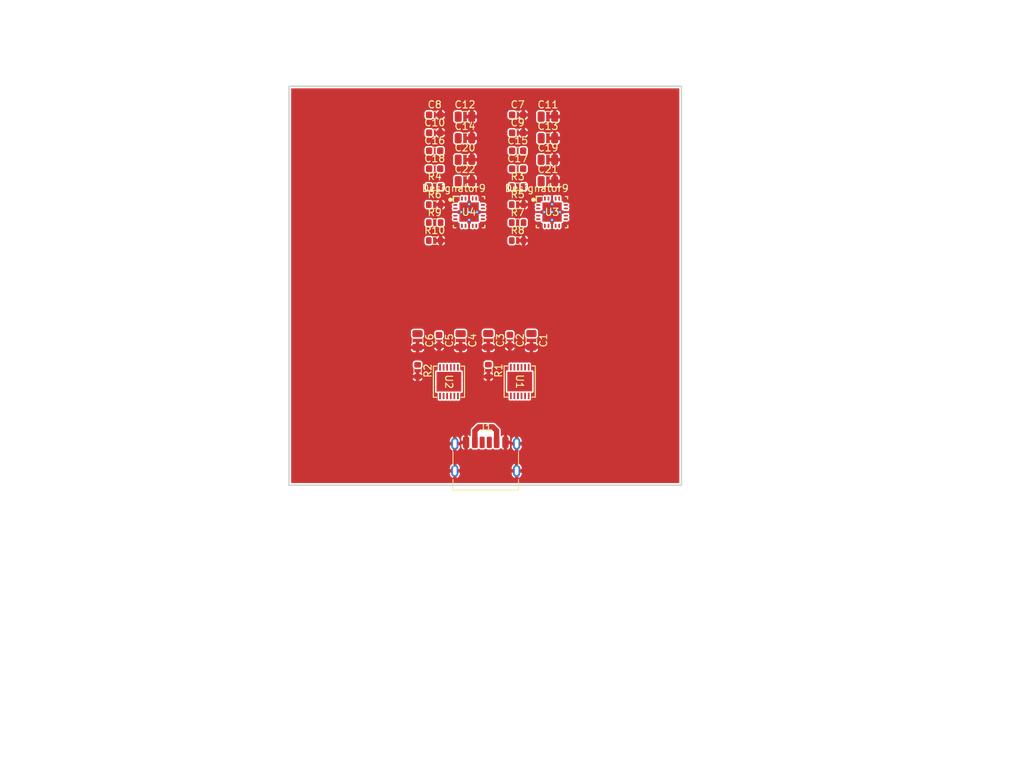
<source format=kicad_pcb>
(kicad_pcb (version 20241229) (generator "pcbnew") (generator_version "9.0")
  (title_block (title "PSU Stamp for Spartan7") (rev "0"))
  (layers (0 "F.Cu" signal) (4 "In1.Cu" signal) (6 "In2.Cu" signal) (2 "B.Cu" signal) (13 "F.Paste" user) (15 "B.Paste" user) (5 "F.SilkS" user "F.Silkscreen") (7 "B.SilkS" user "B.Silkscreen") (1 "F.Mask" user) (3 "B.Mask" user) (25 "Edge.Cuts" user))
  (net 0 "")
  (net 3 "GND")
  (net 4 "+5V")
  (net 5 "Net-(U1-SET)")
  (net 9 "Net-(U2-SET)")
  (net 10 "/3.6V-3.3V/V_in")
  (net 14 "Net-(U3-NR_SS1)")
  (net 15 "Net-(U4-NR_SS1)")
  (net 16 "Net-(U3-NR_SS2)")
  (net 17 "Net-(U4-NR_SS2)")
  (net 18 "/2.5V-1.8V and 1V/V_out_1")
  (net 19 "Net-(U3-FB1)")
  (net 20 "Net-(U4-FB1)")
  (net 21 "/3.6V-3.3V/V_out_1")
  (net 22 "Net-(U3-FB2)")
  (net 23 "/2.5V-1.8V and 1V/V_out_2")
  (net 24 "Net-(U4-FB2)")
  (net 25 "/3.6V-3.3V/V_out_2")
  (net 26 "/2.5V-1.8V and 1V/EN_1")
  (net 27 "/2.5V-1.8V and 1V/EN_2")
  (net 28 "/2.5V-1.8V and 1V/PG_2")
  (net 29 "/3.6V-3.3V/EN_2")
  (net 30 "/3.6V-3.3V/PG_2")
  (footprint "Capacitor_SMD:C_0805_2012Metric" (layer "F.Cu") (at 136.4592 92.291201 -90)
    (property "Reference" "C3" (at 0 -1.68 90) (layer "F.SilkS"))
    (property "Value" "10uF")
    (fp_line (start -0.261252 0.735) (end 0.261252 0.735) (stroke (width 0.12)) (layer "F.SilkS"))
    (fp_line (start -0.261252 -0.735) (end 0.261252 -0.735) (stroke (width 0.12)) (layer "F.SilkS"))
    (pad "1" smd roundrect (at -0.95 0 270) (size 1 1.45) (layers "F.Cu" "F.Mask" "F.Paste") (net 26 "/2.5V-1.8V and 1V/EN_1"))
    (pad "2" smd roundrect (at 0.95 0 270) (size 1 1.45) (layers "F.Cu" "F.Mask" "F.Paste") (net 3 "GND"))
  )
  (footprint "Resistor_SMD:R_0603_1608Metric" (layer "F.Cu") (at 136.4692 96.521201 -90)
    (property "Reference" "R1" (at 0 -1.43 90) (layer "F.SilkS"))
    (property "Value" "40k")
    (fp_line (start -0.237258 0.5225) (end 0.237258 0.5225) (stroke (width 0.12)) (layer "F.SilkS"))
    (fp_line (start -0.237258 -0.5225) (end 0.237258 -0.5225) (stroke (width 0.12)) (layer "F.SilkS"))
    (pad "1" smd roundrect (at -0.825 0 270) (size 0.8 0.95) (layers "F.Cu" "F.Mask" "F.Paste") (net 5 "Net-(U1-SET)"))
    (pad "2" smd roundrect (at 0.825 0 270) (size 0.8 0.95) (layers "F.Cu" "F.Mask" "F.Paste") (net 3 "GND"))
  )
  (footprint "Capacitor_SMD:C_0603_1608Metric" (layer "F.Cu") (at 140.559999 65.795001)
    (property "Reference" "C15" (at 0 -1.43 0) (layer "F.SilkS"))
    (property "Value" "10nF")
    (fp_line (start -0.14058 -0.51) (end 0.14058 -0.51) (stroke (width 0.12)) (layer "F.SilkS"))
    (fp_line (start -0.14058 0.51) (end 0.14058 0.51) (stroke (width 0.12)) (layer "F.SilkS"))
    (pad "1" smd roundrect (at -0.775 0) (size 0.9 0.95) (layers "F.Cu" "F.Mask" "F.Paste") (net 18 "/2.5V-1.8V and 1V/V_out_1"))
    (pad "2" smd roundrect (at 0.775 0) (size 0.9 0.95) (layers "F.Cu" "F.Mask" "F.Paste") (net 19 "Net-(U3-FB1)"))
  )
  (footprint "0_lib:DFN-12_DF_LIT-M" (layer "F.Cu") (at 130.96 98.076801 -90)
    (property "Reference" "U2" (at 0 0 270) (layer "F.SilkS"))
    (property "Value" "LT3081EDF-TRPBF")
    (fp_line (start -2.177 2.177) (end 2.177 2.177) (stroke (width 0.1524)) (layer "F.SilkS"))
    (fp_line (start 2.177 2.177) (end 2.177 1.70734) (stroke (width 0.1524)) (layer "F.SilkS"))
    (fp_line (start -2.177 1.70734) (end -2.177 2.177) (stroke (width 0.1524)) (layer "F.SilkS"))
    (fp_line (start 2.177 -1.70734) (end 2.177 -2.177) (stroke (width 0.1524)) (layer "F.SilkS"))
    (fp_line (start -2.177 -2.177) (end -2.177 -1.70734) (stroke (width 0.1524)) (layer "F.SilkS"))
    (fp_line (start 2.177 -2.177) (end -2.177 -2.177) (stroke (width 0.1524)) (layer "F.SilkS"))
    (pad "1" smd rect (at -2.003199 -1.25 270) (size 0.9064 0.2492) (layers "F.Cu" "F.Mask" "F.Paste") (net 10 "/3.6V-3.3V/V_in"))
    (pad "2" smd rect (at -2.003199 -0.750001 270) (size 0.9064 0.2492) (layers "F.Cu" "F.Mask" "F.Paste") (net 10 "/3.6V-3.3V/V_in"))
    (pad "3" smd rect (at -2.003199 -0.25 270) (size 0.9064 0.2492) (layers "F.Cu" "F.Mask" "F.Paste") (net 10 "/3.6V-3.3V/V_in"))
    (pad "4" smd rect (at -2.003199 0.25 270) (size 0.9064 0.2492) (layers "F.Cu" "F.Mask" "F.Paste") (net 10 "/3.6V-3.3V/V_in"))
    (pad "5" smd rect (at -2.003199 0.750001 270) (size 0.9064 0.2492) (layers "F.Cu" "F.Mask" "F.Paste"))
    (pad "6" smd rect (at -2.003199 1.25 270) (size 0.9064 0.2492) (layers "F.Cu" "F.Mask" "F.Paste") (net 9 "Net-(U2-SET)"))
    (pad "7" smd rect (at 2.003199 1.25 270) (size 0.9064 0.2492) (layers "F.Cu" "F.Mask" "F.Paste"))
    (pad "8" smd rect (at 2.003199 0.750001 270) (size 0.9064 0.2492) (layers "F.Cu" "F.Mask" "F.Paste"))
    (pad "9" smd rect (at 2.003199 0.25 270) (size 0.9064 0.2492) (layers "F.Cu" "F.Mask" "F.Paste") (net 4 "+5V"))
    (pad "10" smd rect (at 2.003199 -0.25 270) (size 0.9064 0.2492) (layers "F.Cu" "F.Mask" "F.Paste") (net 4 "+5V"))
    (pad "11" smd rect (at 2.003199 -0.750001 270) (size 0.9064 0.2492) (layers "F.Cu" "F.Mask" "F.Paste") (net 4 "+5V"))
    (pad "12" smd rect (at 2.003199 -1.25 270) (size 0.9064 0.2492) (layers "F.Cu" "F.Mask" "F.Paste") (net 4 "+5V"))
    (pad "13" smd rect (at 0 0 270) (size 2.75 3.480001) (layers "F.Cu" "F.Mask" "F.Paste") (net 10 "/3.6V-3.3V/V_in"))
  )
  (footprint "Capacitor_SMD:C_0805_2012Metric" (layer "F.Cu") (at 133.199999 70.055001)
    (property "Reference" "C22" (at 0 -1.68 0) (layer "F.SilkS"))
    (property "Value" "10uF")
    (fp_line (start -0.261252 -0.735) (end 0.261252 -0.735) (stroke (width 0.12)) (layer "F.SilkS"))
    (fp_line (start -0.261252 0.735) (end 0.261252 0.735) (stroke (width 0.12)) (layer "F.SilkS"))
    (pad "1" smd roundrect (at -0.95 0) (size 1 1.45) (layers "F.Cu" "F.Mask" "F.Paste") (net 21 "/3.6V-3.3V/V_out_1"))
    (pad "2" smd roundrect (at 0.95 0) (size 1 1.45) (layers "F.Cu" "F.Mask" "F.Paste") (net 3 "GND"))
  )
  (footprint "Capacitor_SMD:C_0805_2012Metric" (layer "F.Cu") (at 144.789999 61.025001)
    (property "Reference" "C11" (at 0 -1.68 0) (layer "F.SilkS"))
    (property "Value" "10uF")
    (fp_line (start -0.261252 -0.735) (end 0.261252 -0.735) (stroke (width 0.12)) (layer "F.SilkS"))
    (fp_line (start -0.261252 0.735) (end 0.261252 0.735) (stroke (width 0.12)) (layer "F.SilkS"))
    (pad "1" smd roundrect (at -0.95 0) (size 1 1.45) (layers "F.Cu" "F.Mask" "F.Paste") (net 26 "/2.5V-1.8V and 1V/EN_1"))
    (pad "2" smd roundrect (at 0.95 0) (size 1 1.45) (layers "F.Cu" "F.Mask" "F.Paste") (net 3 "GND"))
  )
  (footprint "Capacitor_SMD:C_0805_2012Metric" (layer "F.Cu") (at 133.199999 67.045001)
    (property "Reference" "C20" (at 0 -1.68 0) (layer "F.SilkS"))
    (property "Value" "10uF")
    (fp_line (start -0.261252 -0.735) (end 0.261252 -0.735) (stroke (width 0.12)) (layer "F.SilkS"))
    (fp_line (start -0.261252 0.735) (end 0.261252 0.735) (stroke (width 0.12)) (layer "F.SilkS"))
    (pad "1" smd roundrect (at -0.95 0) (size 1 1.45) (layers "F.Cu" "F.Mask" "F.Paste") (net 25 "/3.6V-3.3V/V_out_2"))
    (pad "2" smd roundrect (at 0.95 0) (size 1 1.45) (layers "F.Cu" "F.Mask" "F.Paste") (net 3 "GND"))
  )
  (footprint "Capacitor_SMD:C_0603_1608Metric" (layer "F.Cu") (at 128.969999 68.305001)
    (property "Reference" "C18" (at 0 -1.43 0) (layer "F.SilkS"))
    (property "Value" "10nF")
    (fp_line (start -0.14058 -0.51) (end 0.14058 -0.51) (stroke (width 0.12)) (layer "F.SilkS"))
    (fp_line (start -0.14058 0.51) (end 0.14058 0.51) (stroke (width 0.12)) (layer "F.SilkS"))
    (pad "1" smd roundrect (at -0.775 0) (size 0.9 0.95) (layers "F.Cu" "F.Mask" "F.Paste") (net 25 "/3.6V-3.3V/V_out_2"))
    (pad "2" smd roundrect (at 0.775 0) (size 0.9 0.95) (layers "F.Cu" "F.Mask" "F.Paste") (net 24 "Net-(U4-FB2)"))
  )
  (footprint "Capacitor_SMD:C_0805_2012Metric" (layer "F.Cu") (at 132.5892 92.311201 -90)
    (property "Reference" "C4" (at 0 -1.68 90) (layer "F.SilkS"))
    (property "Value" "10uF")
    (fp_line (start -0.261252 0.735) (end 0.261252 0.735) (stroke (width 0.12)) (layer "F.SilkS"))
    (fp_line (start -0.261252 -0.735) (end 0.261252 -0.735) (stroke (width 0.12)) (layer "F.SilkS"))
    (pad "1" smd roundrect (at -0.95 0 270) (size 1 1.45) (layers "F.Cu" "F.Mask" "F.Paste") (net 4 "+5V"))
    (pad "2" smd roundrect (at 0.95 0 270) (size 1 1.45) (layers "F.Cu" "F.Mask" "F.Paste") (net 3 "GND"))
  )
  (footprint "Capacitor_SMD:C_0805_2012Metric" (layer "F.Cu") (at 133.199999 64.035001)
    (property "Reference" "C14" (at 0 -1.68 0) (layer "F.SilkS"))
    (property "Value" "10uF")
    (fp_line (start -0.261252 -0.735) (end 0.261252 -0.735) (stroke (width 0.12)) (layer "F.SilkS"))
    (fp_line (start -0.261252 0.735) (end 0.261252 0.735) (stroke (width 0.12)) (layer "F.SilkS"))
    (pad "1" smd roundrect (at -0.95 0) (size 1 1.45) (layers "F.Cu" "F.Mask" "F.Paste") (net 10 "/3.6V-3.3V/V_in"))
    (pad "2" smd roundrect (at 0.95 0) (size 1 1.45) (layers "F.Cu" "F.Mask" "F.Paste") (net 3 "GND"))
  )
  (footprint "Capacitor_SMD:C_0805_2012Metric" (layer "F.Cu") (at 144.789999 64.035001)
    (property "Reference" "C13" (at 0 -1.68 0) (layer "F.SilkS"))
    (property "Value" "10uF")
    (fp_line (start -0.261252 -0.735) (end 0.261252 -0.735) (stroke (width 0.12)) (layer "F.SilkS"))
    (fp_line (start -0.261252 0.735) (end 0.261252 0.735) (stroke (width 0.12)) (layer "F.SilkS"))
    (pad "1" smd roundrect (at -0.95 0) (size 1 1.45) (layers "F.Cu" "F.Mask" "F.Paste") (net 26 "/2.5V-1.8V and 1V/EN_1"))
    (pad "2" smd roundrect (at 0.95 0) (size 1 1.45) (layers "F.Cu" "F.Mask" "F.Paste") (net 3 "GND"))
  )
  (footprint "Capacitor_SMD:C_0603_1608Metric" (layer "F.Cu") (at 128.969999 65.795001)
    (property "Reference" "C16" (at 0 -1.43 0) (layer "F.SilkS"))
    (property "Value" "10nF")
    (fp_line (start -0.14058 -0.51) (end 0.14058 -0.51) (stroke (width 0.12)) (layer "F.SilkS"))
    (fp_line (start -0.14058 0.51) (end 0.14058 0.51) (stroke (width 0.12)) (layer "F.SilkS"))
    (pad "1" smd roundrect (at -0.775 0) (size 0.9 0.95) (layers "F.Cu" "F.Mask" "F.Paste") (net 21 "/3.6V-3.3V/V_out_1"))
    (pad "2" smd roundrect (at 0.775 0) (size 0.9 0.95) (layers "F.Cu" "F.Mask" "F.Paste") (net 20 "Net-(U4-FB1)"))
  )
  (footprint "Resistor_SMD:R_0603_1608Metric" (layer "F.Cu") (at 128.969999 70.815001)
    (property "Reference" "R4" (at 0 -1.43 0) (layer "F.SilkS"))
    (property "Value" "R")
    (fp_line (start -0.237258 -0.5225) (end 0.237258 -0.5225) (stroke (width 0.12)) (layer "F.SilkS"))
    (fp_line (start -0.237258 0.5225) (end 0.237258 0.5225) (stroke (width 0.12)) (layer "F.SilkS"))
    (pad "1" smd roundrect (at -0.825 0) (size 0.8 0.95) (layers "F.Cu" "F.Mask" "F.Paste") (net 25 "/3.6V-3.3V/V_out_2"))
    (pad "2" smd roundrect (at 0.825 0) (size 0.8 0.95) (layers "F.Cu" "F.Mask" "F.Paste") (net 24 "Net-(U4-FB2)"))
  )
  (footprint "Resistor_SMD:R_0603_1608Metric" (layer "F.Cu") (at 128.969999 78.345001)
    (property "Reference" "R10" (at 0 -1.43 0) (layer "F.SilkS"))
    (property "Value" "R")
    (fp_line (start -0.237258 -0.5225) (end 0.237258 -0.5225) (stroke (width 0.12)) (layer "F.SilkS"))
    (fp_line (start -0.237258 0.5225) (end 0.237258 0.5225) (stroke (width 0.12)) (layer "F.SilkS"))
    (pad "1" smd roundrect (at -0.825 0) (size 0.8 0.95) (layers "F.Cu" "F.Mask" "F.Paste") (net 20 "Net-(U4-FB1)"))
    (pad "2" smd roundrect (at 0.825 0) (size 0.8 0.95) (layers "F.Cu" "F.Mask" "F.Paste") (net 3 "GND"))
  )
  (footprint "Capacitor_SMD:C_0805_2012Metric" (layer "F.Cu") (at 133.199999 61.025001)
    (property "Reference" "C12" (at 0 -1.68 0) (layer "F.SilkS"))
    (property "Value" "10uF")
    (fp_line (start -0.261252 -0.735) (end 0.261252 -0.735) (stroke (width 0.12)) (layer "F.SilkS"))
    (fp_line (start -0.261252 0.735) (end 0.261252 0.735) (stroke (width 0.12)) (layer "F.SilkS"))
    (pad "1" smd roundrect (at -0.95 0) (size 1 1.45) (layers "F.Cu" "F.Mask" "F.Paste") (net 10 "/3.6V-3.3V/V_in"))
    (pad "2" smd roundrect (at 0.95 0) (size 1 1.45) (layers "F.Cu" "F.Mask" "F.Paste") (net 3 "GND"))
  )
  (footprint "Capacitor_SMD:C_0603_1608Metric" (layer "F.Cu") (at 129.5792 92.311201 -90)
    (property "Reference" "C5" (at 0 -1.43 90) (layer "F.SilkS"))
    (property "Value" "10p")
    (fp_line (start -0.14058 0.51) (end 0.14058 0.51) (stroke (width 0.12)) (layer "F.SilkS"))
    (fp_line (start -0.14058 -0.51) (end 0.14058 -0.51) (stroke (width 0.12)) (layer "F.SilkS"))
    (pad "1" smd roundrect (at -0.775 0 270) (size 0.9 0.95) (layers "F.Cu" "F.Mask" "F.Paste") (net 9 "Net-(U2-SET)"))
    (pad "2" smd roundrect (at 0.775 0 270) (size 0.9 0.95) (layers "F.Cu" "F.Mask" "F.Paste") (net 3 "GND"))
  )
  (footprint "Resistor_SMD:R_0603_1608Metric" (layer "F.Cu") (at 128.969999 73.325001)
    (property "Reference" "R6" (at 0 -1.43 0) (layer "F.SilkS"))
    (property "Value" "R")
    (fp_line (start -0.237258 -0.5225) (end 0.237258 -0.5225) (stroke (width 0.12)) (layer "F.SilkS"))
    (fp_line (start -0.237258 0.5225) (end 0.237258 0.5225) (stroke (width 0.12)) (layer "F.SilkS"))
    (pad "1" smd roundrect (at -0.825 0) (size 0.8 0.95) (layers "F.Cu" "F.Mask" "F.Paste") (net 24 "Net-(U4-FB2)"))
    (pad "2" smd roundrect (at 0.825 0) (size 0.8 0.95) (layers "F.Cu" "F.Mask" "F.Paste") (net 3 "GND"))
  )
  (footprint "Capacitor_SMD:C_0805_2012Metric" (layer "F.Cu") (at 144.789999 67.045001)
    (property "Reference" "C19" (at 0 -1.68 0) (layer "F.SilkS"))
    (property "Value" "10uF")
    (fp_line (start -0.261252 -0.735) (end 0.261252 -0.735) (stroke (width 0.12)) (layer "F.SilkS"))
    (fp_line (start -0.261252 0.735) (end 0.261252 0.735) (stroke (width 0.12)) (layer "F.SilkS"))
    (pad "1" smd roundrect (at -0.95 0) (size 1 1.45) (layers "F.Cu" "F.Mask" "F.Paste") (net 23 "/2.5V-1.8V and 1V/V_out_2"))
    (pad "2" smd roundrect (at 0.95 0) (size 1 1.45) (layers "F.Cu" "F.Mask" "F.Paste") (net 3 "GND"))
  )
  (footprint "Capacitor_SMD:C_0603_1608Metric" (layer "F.Cu") (at 139.4692 92.291201 -90)
    (property "Reference" "C2" (at 0 -1.43 90) (layer "F.SilkS"))
    (property "Value" "10p")
    (fp_line (start -0.14058 0.51) (end 0.14058 0.51) (stroke (width 0.12)) (layer "F.SilkS"))
    (fp_line (start -0.14058 -0.51) (end 0.14058 -0.51) (stroke (width 0.12)) (layer "F.SilkS"))
    (pad "1" smd roundrect (at -0.775 0 270) (size 0.9 0.95) (layers "F.Cu" "F.Mask" "F.Paste") (net 5 "Net-(U1-SET)"))
    (pad "2" smd roundrect (at 0.775 0 270) (size 0.9 0.95) (layers "F.Cu" "F.Mask" "F.Paste") (net 3 "GND"))
  )
  (footprint "Resistor_SMD:R_0603_1608Metric" (layer "F.Cu") (at 140.559999 70.815001)
    (property "Reference" "R3" (at 0 -1.43 0) (layer "F.SilkS"))
    (property "Value" "R")
    (fp_line (start -0.237258 -0.5225) (end 0.237258 -0.5225) (stroke (width 0.12)) (layer "F.SilkS"))
    (fp_line (start -0.237258 0.5225) (end 0.237258 0.5225) (stroke (width 0.12)) (layer "F.SilkS"))
    (pad "1" smd roundrect (at -0.825 0) (size 0.8 0.95) (layers "F.Cu" "F.Mask" "F.Paste") (net 23 "/2.5V-1.8V and 1V/V_out_2"))
    (pad "2" smd roundrect (at 0.825 0) (size 0.8 0.95) (layers "F.Cu" "F.Mask" "F.Paste") (net 22 "Net-(U3-FB2)"))
  )
  (footprint "Capacitor_SMD:C_0805_2012Metric" (layer "F.Cu") (at 144.789999 70.055001)
    (property "Reference" "C21" (at 0 -1.68 0) (layer "F.SilkS"))
    (property "Value" "10uF")
    (fp_line (start -0.261252 -0.735) (end 0.261252 -0.735) (stroke (width 0.12)) (layer "F.SilkS"))
    (fp_line (start -0.261252 0.735) (end 0.261252 0.735) (stroke (width 0.12)) (layer "F.SilkS"))
    (pad "1" smd roundrect (at -0.95 0) (size 1 1.45) (layers "F.Cu" "F.Mask" "F.Paste") (net 18 "/2.5V-1.8V and 1V/V_out_1"))
    (pad "2" smd roundrect (at 0.95 0) (size 1 1.45) (layers "F.Cu" "F.Mask" "F.Paste") (net 3 "GND"))
  )
  (footprint "0_lib:RTJ0020D" (layer "F.Cu") (at 145.365 74.360002)
    (property "Reference" "U3" (at 0 0 0) (layer "F.SilkS"))
    (property "Value" "TPS7A8801RTJT")
    (fp_line (start -2.200001 -2.200001) (end -1.44 -2.200001) (stroke (width 0.2)) (layer "F.SilkS"))
    (fp_line (start -2.200001 -1.515001) (end -2.200001 -2.200001) (stroke (width 0.2)) (layer "F.SilkS"))
    (fp_line (start -2.200001 2.174999) (end -2.200001 1.849999) (stroke (width 0.17)) (layer "F.SilkS"))
    (fp_line (start -2.174999 2.200001) (end -1.849999 2.200001) (stroke (width 0.17)) (layer "F.SilkS"))
    (fp_line (start 1.849999 -2.174999) (end 2.174999 -2.174999) (stroke (width 0.17)) (layer "F.SilkS"))
    (fp_line (start 1.849999 2.200001) (end 2.174999 2.200001) (stroke (width 0.17)) (layer "F.SilkS"))
    (fp_line (start 2.174999 -1.849999) (end 2.174999 -2.149998) (stroke (width 0.17)) (layer "F.SilkS"))
    (fp_line (start 2.200001 2.200001) (end 2.200001 1.849999) (stroke (width 0.17)) (layer "F.SilkS"))
    (fp_circle (center -2.61 -1.73) (end -2.36 -1.73) (stroke (width 0.1)) (fill yes) (layer "F.SilkS"))
    (fp_text user "Designator9" (at -2.1336 -3.3274 0) (layer "F.SilkS"))
    (pad "1" smd oval (at -1.925 -1.000001 90) (size 0.24 0.599999) (layers "F.Cu" "F.Mask" "F.Paste") (net 26 "/2.5V-1.8V and 1V/EN_1"))
    (pad "2" smd oval (at -1.925 -0.500002 90) (size 0.24 0.599999) (layers "F.Cu" "F.Mask" "F.Paste") (net 26 "/2.5V-1.8V and 1V/EN_1"))
    (pad "3" smd oval (at -1.925 -0.000003 90) (size 0.24 0.599999) (layers "F.Cu" "F.Mask" "F.Paste") (net 3 "GND"))
    (pad "4" smd oval (at -1.925 0.499999 90) (size 0.24 0.599999) (layers "F.Cu" "F.Mask" "F.Paste") (net 26 "/2.5V-1.8V and 1V/EN_1"))
    (pad "5" smd oval (at -1.925 0.999998 90) (size 0.24 0.599999) (layers "F.Cu" "F.Mask" "F.Paste") (net 26 "/2.5V-1.8V and 1V/EN_1"))
    (pad "6" smd oval (at -0.999998 1.925) (size 0.24 0.599999) (layers "F.Cu" "F.Mask" "F.Paste") (net 27 "/2.5V-1.8V and 1V/EN_2"))
    (pad "7" smd oval (at -0.499999 1.925) (size 0.24 0.599999) (layers "F.Cu" "F.Mask" "F.Paste") (net 16 "Net-(U3-NR_SS2)"))
    (pad "8" smd oval (at 0 1.925) (size 0.24 0.599999) (layers "F.Cu" "F.Mask" "F.Paste") (net 3 "GND"))
    (pad "9" smd oval (at 0.500002 1.925) (size 0.24 0.599999) (layers "F.Cu" "F.Mask" "F.Paste") (net 28 "/2.5V-1.8V and 1V/PG_2"))
    (pad "10" smd oval (at 1.000001 1.925) (size 0.24 0.599999) (layers "F.Cu" "F.Mask" "F.Paste") (net 22 "Net-(U3-FB2)"))
    (pad "11" smd oval (at 1.925 0.999998 90) (size 0.24 0.599999) (layers "F.Cu" "F.Mask" "F.Paste") (net 23 "/2.5V-1.8V and 1V/V_out_2"))
    (pad "12" smd oval (at 1.925 0.499999 90) (size 0.24 0.599999) (layers "F.Cu" "F.Mask" "F.Paste") (net 23 "/2.5V-1.8V and 1V/V_out_2"))
    (pad "13" smd oval (at 1.925 -0.000003 90) (size 0.24 0.599999) (layers "F.Cu" "F.Mask" "F.Paste") (net 3 "GND"))
    (pad "14" smd oval (at 1.925 -0.500002 90) (size 0.24 0.599999) (layers "F.Cu" "F.Mask" "F.Paste") (net 18 "/2.5V-1.8V and 1V/V_out_1"))
    (pad "15" smd oval (at 1.925 -1.000001 90) (size 0.24 0.599999) (layers "F.Cu" "F.Mask" "F.Paste") (net 18 "/2.5V-1.8V and 1V/V_out_1"))
    (pad "16" smd oval (at 1.000001 -1.900001) (size 0.24 0.599999) (layers "F.Cu" "F.Mask" "F.Paste") (net 19 "Net-(U3-FB1)"))
    (pad "17" smd oval (at 0.500002 -1.900001) (size 0.24 0.599999) (layers "F.Cu" "F.Mask" "F.Paste") (net 27 "/2.5V-1.8V and 1V/EN_2"))
    (pad "18" smd oval (at 0 -1.900001) (size 0.24 0.599999) (layers "F.Cu" "F.Mask" "F.Paste") (net 3 "GND"))
    (pad "19" smd oval (at -0.499999 -1.900001) (size 0.24 0.599999) (layers "F.Cu" "F.Mask" "F.Paste") (net 14 "Net-(U3-NR_SS1)"))
    (pad "20" smd oval (at -0.999998 -1.900001) (size 0.24 0.599999) (layers "F.Cu" "F.Mask" "F.Paste") (net 26 "/2.5V-1.8V and 1V/EN_1"))
    (pad "21" thru_hole circle (at -1.1 -0.000003) (size 0.499999 0.499999) (drill 0.2032) (layers "*.Cu" "*.Mask") (net 3 "GND"))
    (pad "21" thru_hole circle (at 0 -1.1) (size 0.499999 0.499999) (drill 0.2032) (layers "*.Cu" "*.Mask") (net 3 "GND"))
    (pad "21" thru_hole circle (at 0 -0.000003) (size 0.499999 0.499999) (drill 0.2032) (layers "*.Cu" "*.Mask") (net 3 "GND"))
    (pad "21" smd rect (at 0 -0.000003) (size 2.7 2.7) (layers "F.Cu" "F.Mask") (net 3 "GND"))
    (pad "21" thru_hole circle (at 0 1.1) (size 0.499999 0.499999) (drill 0.2032) (layers "*.Cu" "*.Mask") (net 3 "GND"))
    (pad "21" thru_hole circle (at 1.1 -0.000003) (size 0.499999 0.499999) (drill 0.2032) (layers "*.Cu" "*.Mask") (net 3 "GND"))
  )
  (footprint "Resistor_SMD:R_0603_1608Metric" (layer "F.Cu") (at 128.969999 75.835001)
    (property "Reference" "R9" (at 0 -1.43 0) (layer "F.SilkS"))
    (property "Value" "R")
    (fp_line (start -0.237258 -0.5225) (end 0.237258 -0.5225) (stroke (width 0.12)) (layer "F.SilkS"))
    (fp_line (start -0.237258 0.5225) (end 0.237258 0.5225) (stroke (width 0.12)) (layer "F.SilkS"))
    (pad "1" smd roundrect (at -0.825 0) (size 0.8 0.95) (layers "F.Cu" "F.Mask" "F.Paste") (net 21 "/3.6V-3.3V/V_out_1"))
    (pad "2" smd roundrect (at 0.825 0) (size 0.8 0.95) (layers "F.Cu" "F.Mask" "F.Paste") (net 20 "Net-(U4-FB1)"))
  )
  (footprint "Capacitor_SMD:C_0805_2012Metric" (layer "F.Cu") (at 142.4792 92.291201 -90)
    (property "Reference" "C1" (at 0 -1.68 90) (layer "F.SilkS"))
    (property "Value" "10uF")
    (fp_line (start -0.261252 0.735) (end 0.261252 0.735) (stroke (width 0.12)) (layer "F.SilkS"))
    (fp_line (start -0.261252 -0.735) (end 0.261252 -0.735) (stroke (width 0.12)) (layer "F.SilkS"))
    (pad "1" smd roundrect (at -0.95 0 270) (size 1 1.45) (layers "F.Cu" "F.Mask" "F.Paste") (net 4 "+5V"))
    (pad "2" smd roundrect (at 0.95 0 270) (size 1 1.45) (layers "F.Cu" "F.Mask" "F.Paste") (net 3 "GND"))
  )
  (footprint "Resistor_SMD:R_0603_1608Metric" (layer "F.Cu") (at 140.559999 75.835001)
    (property "Reference" "R7" (at 0 -1.43 0) (layer "F.SilkS"))
    (property "Value" "R")
    (fp_line (start -0.237258 -0.5225) (end 0.237258 -0.5225) (stroke (width 0.12)) (layer "F.SilkS"))
    (fp_line (start -0.237258 0.5225) (end 0.237258 0.5225) (stroke (width 0.12)) (layer "F.SilkS"))
    (pad "1" smd roundrect (at -0.825 0) (size 0.8 0.95) (layers "F.Cu" "F.Mask" "F.Paste") (net 18 "/2.5V-1.8V and 1V/V_out_1"))
    (pad "2" smd roundrect (at 0.825 0) (size 0.8 0.95) (layers "F.Cu" "F.Mask" "F.Paste") (net 19 "Net-(U3-FB1)"))
  )
  (footprint "Resistor_SMD:R_0603_1608Metric" (layer "F.Cu") (at 140.559999 78.345001)
    (property "Reference" "R8" (at 0 -1.43 0) (layer "F.SilkS"))
    (property "Value" "R")
    (fp_line (start -0.237258 -0.5225) (end 0.237258 -0.5225) (stroke (width 0.12)) (layer "F.SilkS"))
    (fp_line (start -0.237258 0.5225) (end 0.237258 0.5225) (stroke (width 0.12)) (layer "F.SilkS"))
    (pad "1" smd roundrect (at -0.825 0) (size 0.8 0.95) (layers "F.Cu" "F.Mask" "F.Paste") (net 19 "Net-(U3-FB1)"))
    (pad "2" smd roundrect (at 0.825 0) (size 0.8 0.95) (layers "F.Cu" "F.Mask" "F.Paste") (net 3 "GND"))
  )
  (footprint "Capacitor_SMD:C_0603_1608Metric" (layer "F.Cu") (at 140.559999 63.285001)
    (property "Reference" "C9" (at 0 -1.43 0) (layer "F.SilkS"))
    (property "Value" "100nF")
    (fp_line (start -0.14058 -0.51) (end 0.14058 -0.51) (stroke (width 0.12)) (layer "F.SilkS"))
    (fp_line (start -0.14058 0.51) (end 0.14058 0.51) (stroke (width 0.12)) (layer "F.SilkS"))
    (pad "1" smd roundrect (at -0.775 0) (size 0.9 0.95) (layers "F.Cu" "F.Mask" "F.Paste") (net 16 "Net-(U3-NR_SS2)"))
    (pad "2" smd roundrect (at 0.775 0) (size 0.9 0.95) (layers "F.Cu" "F.Mask" "F.Paste") (net 3 "GND"))
  )
  (footprint "Resistor_SMD:R_0603_1608Metric" (layer "F.Cu") (at 140.559999 73.325001)
    (property "Reference" "R5" (at 0 -1.43 0) (layer "F.SilkS"))
    (property "Value" "R")
    (fp_line (start -0.237258 -0.5225) (end 0.237258 -0.5225) (stroke (width 0.12)) (layer "F.SilkS"))
    (fp_line (start -0.237258 0.5225) (end 0.237258 0.5225) (stroke (width 0.12)) (layer "F.SilkS"))
    (pad "1" smd roundrect (at -0.825 0) (size 0.8 0.95) (layers "F.Cu" "F.Mask" "F.Paste") (net 22 "Net-(U3-FB2)"))
    (pad "2" smd roundrect (at 0.825 0) (size 0.8 0.95) (layers "F.Cu" "F.Mask" "F.Paste") (net 3 "GND"))
  )
  (footprint "Capacitor_SMD:C_0603_1608Metric" (layer "F.Cu") (at 128.969999 63.285001)
    (property "Reference" "C10" (at 0 -1.43 0) (layer "F.SilkS"))
    (property "Value" "100nF")
    (fp_line (start -0.14058 -0.51) (end 0.14058 -0.51) (stroke (width 0.12)) (layer "F.SilkS"))
    (fp_line (start -0.14058 0.51) (end 0.14058 0.51) (stroke (width 0.12)) (layer "F.SilkS"))
    (pad "1" smd roundrect (at -0.775 0) (size 0.9 0.95) (layers "F.Cu" "F.Mask" "F.Paste") (net 17 "Net-(U4-NR_SS2)"))
    (pad "2" smd roundrect (at 0.775 0) (size 0.9 0.95) (layers "F.Cu" "F.Mask" "F.Paste") (net 3 "GND"))
  )
  (footprint "Capacitor_SMD:C_0603_1608Metric" (layer "F.Cu") (at 128.969999 60.775001)
    (property "Reference" "C8" (at 0 -1.43 0) (layer "F.SilkS"))
    (property "Value" "100nF")
    (fp_line (start -0.14058 -0.51) (end 0.14058 -0.51) (stroke (width 0.12)) (layer "F.SilkS"))
    (fp_line (start -0.14058 0.51) (end 0.14058 0.51) (stroke (width 0.12)) (layer "F.SilkS"))
    (pad "1" smd roundrect (at -0.775 0) (size 0.9 0.95) (layers "F.Cu" "F.Mask" "F.Paste") (net 15 "Net-(U4-NR_SS1)"))
    (pad "2" smd roundrect (at 0.775 0) (size 0.9 0.95) (layers "F.Cu" "F.Mask" "F.Paste") (net 3 "GND"))
  )
  (footprint "Capacitor_SMD:C_0603_1608Metric" (layer "F.Cu") (at 140.559999 68.305001)
    (property "Reference" "C17" (at 0 -1.43 0) (layer "F.SilkS"))
    (property "Value" "10nF")
    (fp_line (start -0.14058 -0.51) (end 0.14058 -0.51) (stroke (width 0.12)) (layer "F.SilkS"))
    (fp_line (start -0.14058 0.51) (end 0.14058 0.51) (stroke (width 0.12)) (layer "F.SilkS"))
    (pad "1" smd roundrect (at -0.775 0) (size 0.9 0.95) (layers "F.Cu" "F.Mask" "F.Paste") (net 23 "/2.5V-1.8V and 1V/V_out_2"))
    (pad "2" smd roundrect (at 0.775 0) (size 0.9 0.95) (layers "F.Cu" "F.Mask" "F.Paste") (net 22 "Net-(U3-FB2)"))
  )
  (footprint "Capacitor_SMD:C_0805_2012Metric" (layer "F.Cu") (at 126.5692 92.311201 -90)
    (property "Reference" "C6" (at 0 -1.68 90) (layer "F.SilkS"))
    (property "Value" "10uF")
    (fp_line (start -0.261252 0.735) (end 0.261252 0.735) (stroke (width 0.12)) (layer "F.SilkS"))
    (fp_line (start -0.261252 -0.735) (end 0.261252 -0.735) (stroke (width 0.12)) (layer "F.SilkS"))
    (pad "1" smd roundrect (at -0.95 0 270) (size 1 1.45) (layers "F.Cu" "F.Mask" "F.Paste") (net 10 "/3.6V-3.3V/V_in"))
    (pad "2" smd roundrect (at 0.95 0 270) (size 1 1.45) (layers "F.Cu" "F.Mask" "F.Paste") (net 3 "GND"))
  )
  (footprint "0_lib:RTJ0020D" (layer "F.Cu") (at 133.775 74.360002)
    (property "Reference" "U4" (at 0 0 0) (layer "F.SilkS"))
    (property "Value" "TPS7A8801RTJT")
    (fp_line (start -2.200001 -2.200001) (end -1.44 -2.200001) (stroke (width 0.2)) (layer "F.SilkS"))
    (fp_line (start -2.200001 -1.515001) (end -2.200001 -2.200001) (stroke (width 0.2)) (layer "F.SilkS"))
    (fp_line (start -2.200001 2.174999) (end -2.200001 1.849999) (stroke (width 0.17)) (layer "F.SilkS"))
    (fp_line (start -2.174999 2.200001) (end -1.849999 2.200001) (stroke (width 0.17)) (layer "F.SilkS"))
    (fp_line (start 1.849999 -2.174999) (end 2.174999 -2.174999) (stroke (width 0.17)) (layer "F.SilkS"))
    (fp_line (start 1.849999 2.200001) (end 2.174999 2.200001) (stroke (width 0.17)) (layer "F.SilkS"))
    (fp_line (start 2.174999 -1.849999) (end 2.174999 -2.149998) (stroke (width 0.17)) (layer "F.SilkS"))
    (fp_line (start 2.200001 2.200001) (end 2.200001 1.849999) (stroke (width 0.17)) (layer "F.SilkS"))
    (fp_circle (center -2.61 -1.73) (end -2.36 -1.73) (stroke (width 0.1)) (fill yes) (layer "F.SilkS"))
    (fp_text user "Designator9" (at -2.1336 -3.3274 0) (layer "F.SilkS"))
    (pad "1" smd oval (at -1.925 -1.000001 90) (size 0.24 0.599999) (layers "F.Cu" "F.Mask" "F.Paste") (net 10 "/3.6V-3.3V/V_in"))
    (pad "2" smd oval (at -1.925 -0.500002 90) (size 0.24 0.599999) (layers "F.Cu" "F.Mask" "F.Paste") (net 10 "/3.6V-3.3V/V_in"))
    (pad "3" smd oval (at -1.925 -0.000003 90) (size 0.24 0.599999) (layers "F.Cu" "F.Mask" "F.Paste") (net 3 "GND"))
    (pad "4" smd oval (at -1.925 0.499999 90) (size 0.24 0.599999) (layers "F.Cu" "F.Mask" "F.Paste") (net 10 "/3.6V-3.3V/V_in"))
    (pad "5" smd oval (at -1.925 0.999998 90) (size 0.24 0.599999) (layers "F.Cu" "F.Mask" "F.Paste") (net 10 "/3.6V-3.3V/V_in"))
    (pad "6" smd oval (at -0.999998 1.925) (size 0.24 0.599999) (layers "F.Cu" "F.Mask" "F.Paste") (net 29 "/3.6V-3.3V/EN_2"))
    (pad "7" smd oval (at -0.499999 1.925) (size 0.24 0.599999) (layers "F.Cu" "F.Mask" "F.Paste") (net 17 "Net-(U4-NR_SS2)"))
    (pad "8" smd oval (at 0 1.925) (size 0.24 0.599999) (layers "F.Cu" "F.Mask" "F.Paste") (net 3 "GND"))
    (pad "9" smd oval (at 0.500002 1.925) (size 0.24 0.599999) (layers "F.Cu" "F.Mask" "F.Paste") (net 30 "/3.6V-3.3V/PG_2"))
    (pad "10" smd oval (at 1.000001 1.925) (size 0.24 0.599999) (layers "F.Cu" "F.Mask" "F.Paste") (net 24 "Net-(U4-FB2)"))
    (pad "11" smd oval (at 1.925 0.999998 90) (size 0.24 0.599999) (layers "F.Cu" "F.Mask" "F.Paste") (net 25 "/3.6V-3.3V/V_out_2"))
    (pad "12" smd oval (at 1.925 0.499999 90) (size 0.24 0.599999) (layers "F.Cu" "F.Mask" "F.Paste") (net 25 "/3.6V-3.3V/V_out_2"))
    (pad "13" smd oval (at 1.925 -0.000003 90) (size 0.24 0.599999) (layers "F.Cu" "F.Mask" "F.Paste") (net 3 "GND"))
    (pad "14" smd oval (at 1.925 -0.500002 90) (size 0.24 0.599999) (layers "F.Cu" "F.Mask" "F.Paste") (net 21 "/3.6V-3.3V/V_out_1"))
    (pad "15" smd oval (at 1.925 -1.000001 90) (size 0.24 0.599999) (layers "F.Cu" "F.Mask" "F.Paste") (net 21 "/3.6V-3.3V/V_out_1"))
    (pad "16" smd oval (at 1.000001 -1.900001) (size 0.24 0.599999) (layers "F.Cu" "F.Mask" "F.Paste") (net 20 "Net-(U4-FB1)"))
    (pad "17" smd oval (at 0.500002 -1.900001) (size 0.24 0.599999) (layers "F.Cu" "F.Mask" "F.Paste") (net 29 "/3.6V-3.3V/EN_2"))
    (pad "18" smd oval (at 0 -1.900001) (size 0.24 0.599999) (layers "F.Cu" "F.Mask" "F.Paste") (net 3 "GND"))
    (pad "19" smd oval (at -0.499999 -1.900001) (size 0.24 0.599999) (layers "F.Cu" "F.Mask" "F.Paste") (net 15 "Net-(U4-NR_SS1)"))
    (pad "20" smd oval (at -0.999998 -1.900001) (size 0.24 0.599999) (layers "F.Cu" "F.Mask" "F.Paste") (net 28 "/2.5V-1.8V and 1V/PG_2"))
    (pad "21" thru_hole circle (at -1.1 -0.000003) (size 0.499999 0.499999) (drill 0.2032) (layers "*.Cu" "*.Mask") (net 3 "GND"))
    (pad "21" thru_hole circle (at 0 -1.1) (size 0.499999 0.499999) (drill 0.2032) (layers "*.Cu" "*.Mask") (net 3 "GND"))
    (pad "21" thru_hole circle (at 0 -0.000003) (size 0.499999 0.499999) (drill 0.2032) (layers "*.Cu" "*.Mask") (net 3 "GND"))
    (pad "21" smd rect (at 0 -0.000003) (size 2.7 2.7) (layers "F.Cu" "F.Mask") (net 3 "GND"))
    (pad "21" thru_hole circle (at 0 1.1) (size 0.499999 0.499999) (drill 0.2032) (layers "*.Cu" "*.Mask") (net 3 "GND"))
    (pad "21" thru_hole circle (at 1.1 -0.000003) (size 0.499999 0.499999) (drill 0.2032) (layers "*.Cu" "*.Mask") (net 3 "GND"))
  )
  (footprint "0_lib:DFN-12_DF_LIT-M" (layer "F.Cu") (at 140.85 98.056801 -90)
    (property "Reference" "U1" (at 0 0 270) (layer "F.SilkS"))
    (property "Value" "LT3081EDF-TRPBF")
    (fp_line (start -2.177 2.177) (end 2.177 2.177) (stroke (width 0.1524)) (layer "F.SilkS"))
    (fp_line (start 2.177 2.177) (end 2.177 1.70734) (stroke (width 0.1524)) (layer "F.SilkS"))
    (fp_line (start -2.177 1.70734) (end -2.177 2.177) (stroke (width 0.1524)) (layer "F.SilkS"))
    (fp_line (start 2.177 -1.70734) (end 2.177 -2.177) (stroke (width 0.1524)) (layer "F.SilkS"))
    (fp_line (start -2.177 -2.177) (end -2.177 -1.70734) (stroke (width 0.1524)) (layer "F.SilkS"))
    (fp_line (start 2.177 -2.177) (end -2.177 -2.177) (stroke (width 0.1524)) (layer "F.SilkS"))
    (pad "1" smd rect (at -2.003199 -1.25 270) (size 0.9064 0.2492) (layers "F.Cu" "F.Mask" "F.Paste") (net 26 "/2.5V-1.8V and 1V/EN_1"))
    (pad "2" smd rect (at -2.003199 -0.750001 270) (size 0.9064 0.2492) (layers "F.Cu" "F.Mask" "F.Paste") (net 26 "/2.5V-1.8V and 1V/EN_1"))
    (pad "3" smd rect (at -2.003199 -0.25 270) (size 0.9064 0.2492) (layers "F.Cu" "F.Mask" "F.Paste") (net 26 "/2.5V-1.8V and 1V/EN_1"))
    (pad "4" smd rect (at -2.003199 0.25 270) (size 0.9064 0.2492) (layers "F.Cu" "F.Mask" "F.Paste") (net 26 "/2.5V-1.8V and 1V/EN_1"))
    (pad "5" smd rect (at -2.003199 0.750001 270) (size 0.9064 0.2492) (layers "F.Cu" "F.Mask" "F.Paste"))
    (pad "6" smd rect (at -2.003199 1.25 270) (size 0.9064 0.2492) (layers "F.Cu" "F.Mask" "F.Paste") (net 5 "Net-(U1-SET)"))
    (pad "7" smd rect (at 2.003199 1.25 270) (size 0.9064 0.2492) (layers "F.Cu" "F.Mask" "F.Paste"))
    (pad "8" smd rect (at 2.003199 0.750001 270) (size 0.9064 0.2492) (layers "F.Cu" "F.Mask" "F.Paste"))
    (pad "9" smd rect (at 2.003199 0.25 270) (size 0.9064 0.2492) (layers "F.Cu" "F.Mask" "F.Paste") (net 4 "+5V"))
    (pad "10" smd rect (at 2.003199 -0.25 270) (size 0.9064 0.2492) (layers "F.Cu" "F.Mask" "F.Paste") (net 4 "+5V"))
    (pad "11" smd rect (at 2.003199 -0.750001 270) (size 0.9064 0.2492) (layers "F.Cu" "F.Mask" "F.Paste") (net 4 "+5V"))
    (pad "12" smd rect (at 2.003199 -1.25 270) (size 0.9064 0.2492) (layers "F.Cu" "F.Mask" "F.Paste") (net 4 "+5V"))
    (pad "13" smd rect (at 0 0 270) (size 2.75 3.480001) (layers "F.Cu" "F.Mask" "F.Paste") (net 26 "/2.5V-1.8V and 1V/EN_1"))
  )
  (footprint "Capacitor_SMD:C_0603_1608Metric" (layer "F.Cu") (at 140.559999 60.775001)
    (property "Reference" "C7" (at 0 -1.43 0) (layer "F.SilkS"))
    (property "Value" "100nF")
    (fp_line (start -0.14058 -0.51) (end 0.14058 -0.51) (stroke (width 0.12)) (layer "F.SilkS"))
    (fp_line (start -0.14058 0.51) (end 0.14058 0.51) (stroke (width 0.12)) (layer "F.SilkS"))
    (pad "1" smd roundrect (at -0.775 0) (size 0.9 0.95) (layers "F.Cu" "F.Mask" "F.Paste") (net 14 "Net-(U3-NR_SS1)"))
    (pad "2" smd roundrect (at 0.775 0) (size 0.9 0.95) (layers "F.Cu" "F.Mask" "F.Paste") (net 3 "GND"))
  )
  (footprint "Connector_USB:USB_C_Receptacle_HRO_TYPE-C-31-M-17" (layer "F.Cu") (at 136.1 109.74)
    (property "Reference" "J1" (at 0 -5.25 0) (layer "F.SilkS"))
    (property "Value" "USB4125-GF-A")
    (fp_line (start -4.58 -1.9) (end -4.58 0.1) (stroke (width 0.12)) (layer "F.SilkS"))
    (fp_line (start -4.58 2) (end -4.58 3.51) (stroke (width 0.12)) (layer "F.SilkS"))
    (fp_line (start -4.58 3.51) (end 4.58 3.51) (stroke (width 0.12)) (layer "F.SilkS"))
    (fp_line (start 4.58 -1.9) (end 4.58 0.1) (stroke (width 0.12)) (layer "F.SilkS"))
    (fp_line (start 4.58 2) (end 4.58 3.51) (stroke (width 0.12)) (layer "F.SilkS"))
    (pad "A5" smd roundrect (at -0.5 -3.18) (size 0.7 1.6) (layers "F.Cu" "F.Mask" "F.Paste"))
    (pad "A9" smd roundrect (at 1.52 -3.18) (size 0.8 1.6) (layers "F.Cu" "F.Mask" "F.Paste") (net 4 "+5V"))
    (pad "A12" smd roundrect (at 2.75 -3.18) (size 0.9 1.6) (layers "F.Cu" "F.Mask" "F.Paste") (net 3 "GND"))
    (pad "B5" smd roundrect (at 0.5 -3.18) (size 0.7 1.6) (layers "F.Cu" "F.Mask" "F.Paste"))
    (pad "B9" smd roundrect (at -1.52 -3.18) (size 0.8 1.6) (layers "F.Cu" "F.Mask" "F.Paste") (net 4 "+5V"))
    (pad "B12" smd roundrect (at -2.75 -3.18) (size 0.9 1.6) (layers "F.Cu" "F.Mask" "F.Paste") (net 3 "GND"))
    (pad "S1" thru_hole oval (at -4.32 -3) (size 1 1.7) (drill oval 0.5 1.2) (property pad_prop_heatsink) (layers "*.Cu" "*.Mask") (net 3 "GND"))
    (pad "S1" thru_hole oval (at -4.32 0.8) (size 1 1.7) (drill oval 0.5 1.2) (property pad_prop_heatsink) (layers "*.Cu" "*.Mask") (net 3 "GND"))
    (pad "S1" thru_hole oval (at 4.32 -3) (size 1 1.7) (drill oval 0.5 1.2) (property pad_prop_heatsink) (layers "*.Cu" "*.Mask") (net 3 "GND"))
    (pad "S1" thru_hole oval (at 4.32 0.8) (size 1 1.7) (drill oval 0.5 1.2) (property pad_prop_heatsink) (layers "*.Cu" "*.Mask") (net 3 "GND"))
  )
  (footprint "Resistor_SMD:R_0603_1608Metric" (layer "F.Cu") (at 126.5792 96.541201 -90)
    (property "Reference" "R2" (at 0 -1.43 90) (layer "F.SilkS"))
    (property "Value" "40k")
    (fp_line (start -0.237258 0.5225) (end 0.237258 0.5225) (stroke (width 0.12)) (layer "F.SilkS"))
    (fp_line (start -0.237258 -0.5225) (end 0.237258 -0.5225) (stroke (width 0.12)) (layer "F.SilkS"))
    (pad "1" smd roundrect (at -0.825 0 270) (size 0.8 0.95) (layers "F.Cu" "F.Mask" "F.Paste") (net 9 "Net-(U2-SET)"))
    (pad "2" smd roundrect (at 0.825 0 270) (size 0.8 0.95) (layers "F.Cu" "F.Mask" "F.Paste") (net 3 "GND"))
  )
  (gr_rect (start 108.61 56.76) (end 163.45 112.55) (stroke (width 0.2)) (fill no) (layer "Edge.Cuts"))
  (segment (start 134.58 104.94) (end 135.13 104.39) (width 0.75) (layer "F.Cu") (net 4))
  (segment (start 135.13 104.39) (end 137.08 104.39) (width 0.75) (layer "F.Cu") (net 4))
  (segment (start 137.62 104.93) (end 137.62 106.56) (width 0.75) (layer "F.Cu") (net 4))
  (segment (start 134.58 106.56) (end 134.58 104.94) (width 0.75) (layer "F.Cu") (net 4))
  (segment (start 137.08 104.39) (end 137.62 104.93) (width 0.75) (layer "F.Cu") (net 4))
  (zone (net 3) (net_name "GND") (layers "F.Cu" "In1.Cu" "In2.Cu") (connect_pads (clearance 0.15)) (min_thickness 0.15) (fill yes (thermal_gap 0.2) (thermal_bridge_width 0.5))
    (polygon (pts (xy 68.23 44.71) (xy 211.33 44.71) (xy 211.33 153.8) (xy 68.23 153.8)))
  )
)
</source>
